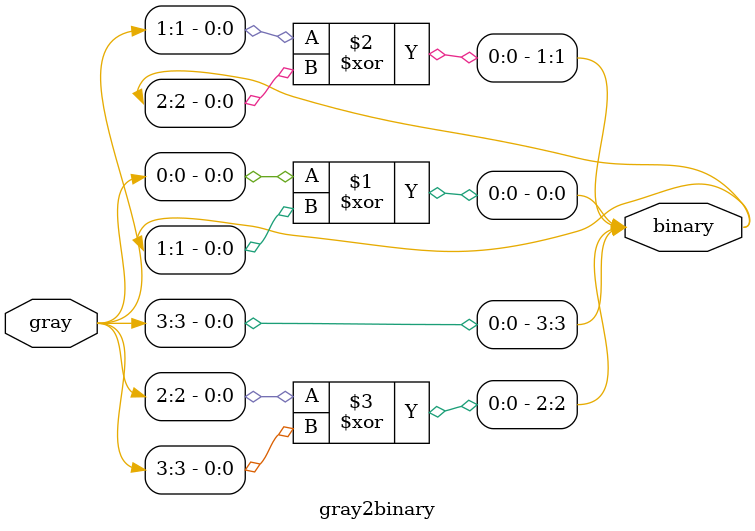
<source format=v>
module gray2binary#(parameter WIDTH = 4)
	(
		input [WIDTH-1:0] gray,
		output [WIDTH-1:0] binary
		);


	assign binary[WIDTH-1] = gray[WIDTH-1];

	genvar i;
	generate
		for(i = 0; i<WIDTH-1; i = i+1)begin
			assign binary[i] = gray[i] ^ binary[i+1];
		end
	endgenerate

endmodule
</source>
